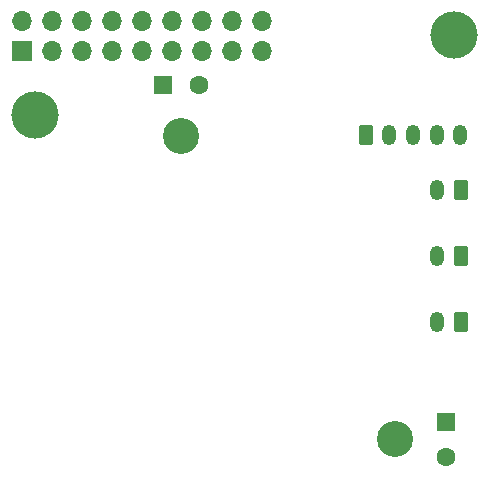
<source format=gbr>
%TF.GenerationSoftware,KiCad,Pcbnew,(6.0.2-0)*%
%TF.CreationDate,2023-02-02T13:40:45+11:00*%
%TF.ProjectId,AD3 HE Board,41443320-4845-4204-926f-6172642e6b69,rev?*%
%TF.SameCoordinates,PXbb4d38PY34c3148*%
%TF.FileFunction,Soldermask,Bot*%
%TF.FilePolarity,Negative*%
%FSLAX46Y46*%
G04 Gerber Fmt 4.6, Leading zero omitted, Abs format (unit mm)*
G04 Created by KiCad (PCBNEW (6.0.2-0)) date 2023-02-02 13:40:45*
%MOMM*%
%LPD*%
G01*
G04 APERTURE LIST*
G04 Aperture macros list*
%AMRoundRect*
0 Rectangle with rounded corners*
0 $1 Rounding radius*
0 $2 $3 $4 $5 $6 $7 $8 $9 X,Y pos of 4 corners*
0 Add a 4 corners polygon primitive as box body*
4,1,4,$2,$3,$4,$5,$6,$7,$8,$9,$2,$3,0*
0 Add four circle primitives for the rounded corners*
1,1,$1+$1,$2,$3*
1,1,$1+$1,$4,$5*
1,1,$1+$1,$6,$7*
1,1,$1+$1,$8,$9*
0 Add four rect primitives between the rounded corners*
20,1,$1+$1,$2,$3,$4,$5,0*
20,1,$1+$1,$4,$5,$6,$7,0*
20,1,$1+$1,$6,$7,$8,$9,0*
20,1,$1+$1,$8,$9,$2,$3,0*%
G04 Aperture macros list end*
%ADD10C,4.000000*%
%ADD11R,1.700000X1.700000*%
%ADD12O,1.700000X1.700000*%
%ADD13C,3.050000*%
%ADD14R,1.605000X1.605000*%
%ADD15C,1.605000*%
%ADD16RoundRect,0.250000X0.350000X0.625000X-0.350000X0.625000X-0.350000X-0.625000X0.350000X-0.625000X0*%
%ADD17O,1.200000X1.750000*%
%ADD18RoundRect,0.250000X-0.350000X-0.625000X0.350000X-0.625000X0.350000X0.625000X-0.350000X0.625000X0*%
G04 APERTURE END LIST*
D10*
%TO.C,H1*%
X3200000Y33025000D03*
%TD*%
D11*
%TO.C,J1*%
X2075000Y38450000D03*
D12*
X2075000Y40990000D03*
X4615000Y38450000D03*
X4615000Y40990000D03*
X7155000Y38450000D03*
X7155000Y40990000D03*
X9695000Y38450000D03*
X9695000Y40990000D03*
X12235000Y38450000D03*
X12235000Y40990000D03*
X14775000Y38450000D03*
X14775000Y40990000D03*
X17315000Y38450000D03*
X17315000Y40990000D03*
X19855000Y38450000D03*
X19855000Y40990000D03*
X22395000Y38450000D03*
X22395000Y40990000D03*
%TD*%
D10*
%TO.C,H2*%
X38625000Y39750000D03*
%TD*%
D13*
%TO.C,J3*%
X15525000Y31275000D03*
D14*
X14025000Y35595000D03*
D15*
X17025000Y35595000D03*
%TD*%
D16*
%TO.C,J5*%
X39225000Y26700000D03*
D17*
X37225000Y26700000D03*
%TD*%
D16*
%TO.C,J7*%
X39225000Y15475000D03*
D17*
X37225000Y15475000D03*
%TD*%
D13*
%TO.C,J2*%
X33625000Y5550000D03*
D14*
X37945000Y7050000D03*
D15*
X37945000Y4050000D03*
%TD*%
D16*
%TO.C,J4*%
X39225000Y21100000D03*
D17*
X37225000Y21100000D03*
%TD*%
D18*
%TO.C,J6*%
X31175000Y31300000D03*
D17*
X33175000Y31300000D03*
X35175000Y31300000D03*
X37175000Y31300000D03*
X39175000Y31300000D03*
%TD*%
M02*

</source>
